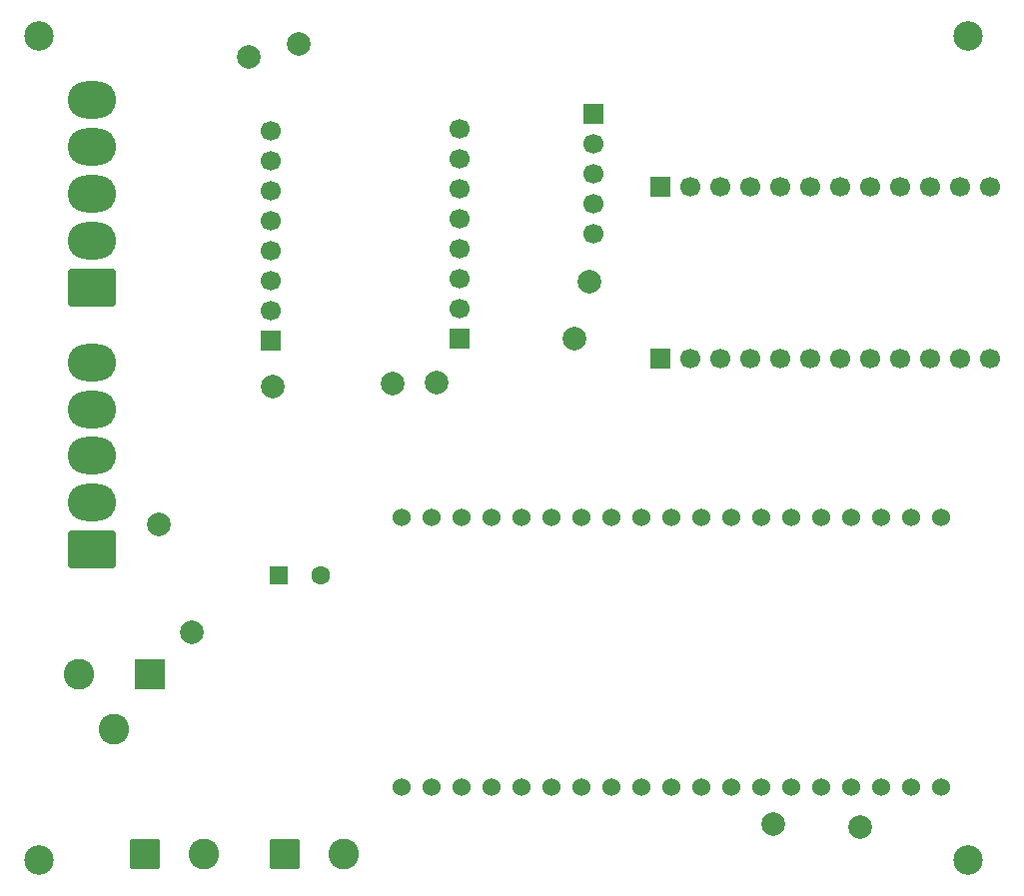
<source format=gbs>
%TF.GenerationSoftware,KiCad,Pcbnew,9.0.5*%
%TF.CreationDate,2025-11-07T06:41:31-08:00*%
%TF.ProjectId,SoftKeyboardController,536f6674-4b65-4796-926f-617264436f6e,v1.5*%
%TF.SameCoordinates,Original*%
%TF.FileFunction,Soldermask,Bot*%
%TF.FilePolarity,Negative*%
%FSLAX46Y46*%
G04 Gerber Fmt 4.6, Leading zero omitted, Abs format (unit mm)*
G04 Created by KiCad (PCBNEW 9.0.5) date 2025-11-07 06:41:31*
%MOMM*%
%LPD*%
G01*
G04 APERTURE LIST*
G04 Aperture macros list*
%AMRoundRect*
0 Rectangle with rounded corners*
0 $1 Rounding radius*
0 $2 $3 $4 $5 $6 $7 $8 $9 X,Y pos of 4 corners*
0 Add a 4 corners polygon primitive as box body*
4,1,4,$2,$3,$4,$5,$6,$7,$8,$9,$2,$3,0*
0 Add four circle primitives for the rounded corners*
1,1,$1+$1,$2,$3*
1,1,$1+$1,$4,$5*
1,1,$1+$1,$6,$7*
1,1,$1+$1,$8,$9*
0 Add four rect primitives between the rounded corners*
20,1,$1+$1,$2,$3,$4,$5,0*
20,1,$1+$1,$4,$5,$6,$7,0*
20,1,$1+$1,$6,$7,$8,$9,0*
20,1,$1+$1,$8,$9,$2,$3,0*%
G04 Aperture macros list end*
%ADD10R,1.700000X1.700000*%
%ADD11C,1.700000*%
%ADD12R,2.600000X2.600000*%
%ADD13C,2.600000*%
%ADD14RoundRect,0.250000X1.800000X-1.330000X1.800000X1.330000X-1.800000X1.330000X-1.800000X-1.330000X0*%
%ADD15O,4.100000X3.160000*%
%ADD16RoundRect,0.250000X-1.050000X-1.050000X1.050000X-1.050000X1.050000X1.050000X-1.050000X1.050000X0*%
%ADD17C,2.500000*%
%ADD18C,2.000000*%
%ADD19RoundRect,0.250000X-0.550000X-0.550000X0.550000X-0.550000X0.550000X0.550000X-0.550000X0.550000X0*%
%ADD20C,1.600000*%
%ADD21C,1.524000*%
G04 APERTURE END LIST*
D10*
%TO.C,J2*%
X204470000Y-53647000D03*
D11*
X204470000Y-56187000D03*
X204470000Y-58727000D03*
X204470000Y-61267000D03*
X204470000Y-63807000D03*
%TD*%
D12*
%TO.C,J1*%
X166830000Y-101091000D03*
D13*
X160830000Y-101091000D03*
X163830000Y-105791000D03*
%TD*%
D14*
%TO.C,J10*%
X161910000Y-68298000D03*
D15*
X161910000Y-64338000D03*
X161910000Y-60378000D03*
X161910000Y-56418000D03*
X161910000Y-52458000D03*
%TD*%
D16*
%TO.C,J3*%
X166470000Y-116365000D03*
D13*
X171470000Y-116365000D03*
%TD*%
D17*
%TO.C,H2*%
X157480000Y-116840000D03*
%TD*%
D18*
%TO.C,TP7*%
X179451000Y-47678000D03*
%TD*%
D19*
%TO.C,C1*%
X177798349Y-92763000D03*
D20*
X181298349Y-92763000D03*
%TD*%
D16*
%TO.C,J4*%
X178328000Y-116365000D03*
D13*
X183328000Y-116365000D03*
%TD*%
D21*
%TO.C,ESP1*%
X233934000Y-87810000D03*
X231394000Y-87810000D03*
X228854000Y-87810000D03*
X226314000Y-87810000D03*
X223774000Y-87810000D03*
X221234000Y-87810000D03*
X218694000Y-87810000D03*
X216154000Y-87810000D03*
X213614000Y-87810000D03*
X211074000Y-87810000D03*
X208534000Y-87810000D03*
X205994000Y-87810000D03*
X203454000Y-87810000D03*
X200914000Y-87810000D03*
X198374000Y-87810000D03*
X195834000Y-87810000D03*
X193294000Y-87810000D03*
X190754000Y-87810000D03*
X188214000Y-87810000D03*
X188214000Y-110670000D03*
X190754000Y-110670000D03*
X193294000Y-110670000D03*
X195834000Y-110670000D03*
X198374000Y-110670000D03*
X200914000Y-110670000D03*
X203454000Y-110670000D03*
X205994000Y-110670000D03*
X208534000Y-110670000D03*
X211074000Y-110670000D03*
X213614000Y-110670000D03*
X216154000Y-110670000D03*
X218694000Y-110670000D03*
X221234000Y-110670000D03*
X223774000Y-110670000D03*
X226314000Y-110670000D03*
X228854000Y-110670000D03*
X231394000Y-110670000D03*
X233934000Y-110670000D03*
%TD*%
D18*
%TO.C,TP6*%
X202882500Y-72633500D03*
%TD*%
%TO.C,TP11*%
X170434000Y-97589000D03*
%TD*%
%TO.C,TP2*%
X191135000Y-76380000D03*
%TD*%
%TO.C,TP4*%
X219710000Y-113845000D03*
%TD*%
D10*
%TO.C,J8*%
X177094000Y-72835000D03*
D11*
X177094000Y-70295000D03*
X177094000Y-67755000D03*
X177094000Y-65215000D03*
X177094000Y-62675000D03*
X177094000Y-60135000D03*
X177094000Y-57595000D03*
X177094000Y-55055000D03*
%TD*%
D10*
%TO.C,J7*%
X193096400Y-72616800D03*
D11*
X193096400Y-70076800D03*
X193096400Y-67536800D03*
X193096400Y-64996800D03*
X193096400Y-62456800D03*
X193096400Y-59916800D03*
X193096400Y-57376800D03*
X193096400Y-54836800D03*
%TD*%
D17*
%TO.C,H1*%
X236220000Y-116840000D03*
%TD*%
D10*
%TO.C,J6*%
X210104200Y-74349400D03*
D11*
X212644200Y-74349400D03*
X215184200Y-74349400D03*
X217724200Y-74349400D03*
X220264200Y-74349400D03*
X222804200Y-74349400D03*
X225344200Y-74349400D03*
X227884200Y-74349400D03*
X230424200Y-74349400D03*
X232964200Y-74349400D03*
X235504200Y-74349400D03*
X238044200Y-74349400D03*
%TD*%
D17*
%TO.C,H3*%
X157480000Y-46990000D03*
%TD*%
D18*
%TO.C,TP8*%
X175260000Y-48821000D03*
%TD*%
%TO.C,TP1*%
X187452000Y-76507000D03*
%TD*%
%TO.C,TP10*%
X177292000Y-76761000D03*
%TD*%
%TO.C,TP5*%
X204089000Y-67871000D03*
%TD*%
D14*
%TO.C,J9*%
X161910000Y-90523000D03*
D15*
X161910000Y-86563000D03*
X161910000Y-82603000D03*
X161910000Y-78643000D03*
X161910000Y-74683000D03*
%TD*%
D17*
%TO.C,H4*%
X236220000Y-46990000D03*
%TD*%
D10*
%TO.C,J5*%
X210133200Y-59744400D03*
D11*
X212673200Y-59744400D03*
X215213200Y-59744400D03*
X217753200Y-59744400D03*
X220293200Y-59744400D03*
X222833200Y-59744400D03*
X225373200Y-59744400D03*
X227913200Y-59744400D03*
X230453200Y-59744400D03*
X232993200Y-59744400D03*
X235533200Y-59744400D03*
X238073200Y-59744400D03*
%TD*%
D18*
%TO.C,TP9*%
X167640000Y-88445000D03*
%TD*%
%TO.C,TP3*%
X227076000Y-114099000D03*
%TD*%
M02*

</source>
